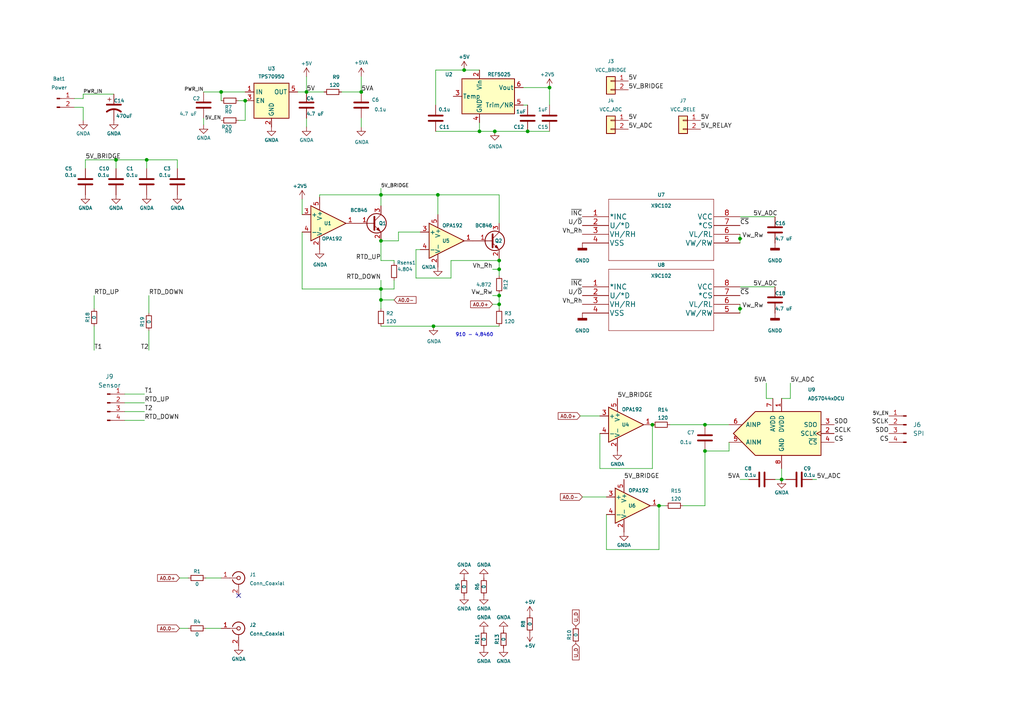
<source format=kicad_sch>
(kicad_sch (version 20211123) (generator eeschema)
  (paper "A4")
  (lib_symbols
    (symbol "Amplifier_Operational:OPA333xxDBV" (pin_names (offset 0.127))
      (property "Reference" "U" (at -1.27 6.35 0))
      (property "Value" "OPA333xxDBV" (at -1.27 3.81 0))
      (symbol "OPA333xxDBV_0_1"
        (polyline (pts (xy -5.08 5.08) (xy 5.08 0) (xy -5.08 -5.08) (xy -5.08 5.08)) (stroke (width 0.254)) (fill (type background)))
        (pin power_in line (at -2.54 -7.62 90) (length 3.81) (name "V-") (number "2"))
        (pin power_in line (at -2.54 7.62 270) (length 3.81) (name "V+") (number "5"))
      )
      (symbol "OPA333xxDBV_1_1"
        (pin output line (at 7.62 0 180) (length 2.54) (name "~") (number "1"))
        (pin input line (at -7.62 2.54 0) (length 2.54) (name "+") (number "3"))
        (pin input line (at -7.62 -2.54 0) (length 2.54) (name "-") (number "4"))
      )
    )
    (symbol "Analog_ADC:ADS7044xDCU" (pin_names (offset 1.016))
      (property "Reference" "U" (at -7.62 -7.62 0))
      (property "Value" "ADS7044xDCU" (at 2.54 -7.62 0))
      (symbol "ADS7044xDCU_0_1"
        (polyline (pts (xy -13.97 0) (xy -7.62 6.35) (xy 11.43 6.35) (xy 11.43 -6.35) (xy -7.62 -6.35) (xy -13.97 0)) (stroke (width 0.254)) (fill (type background)))
      )
      (symbol "ADS7044xDCU_1_1"
        (pin power_in line (at 0 10.16 270) (length 3.81) (name "DVDD") (number "1"))
        (pin input clock (at 15.24 0 180) (length 3.81) (name "SCLK") (number "2"))
        (pin output line (at 15.24 2.54 180) (length 3.81) (name "SDO") (number "3"))
        (pin input line (at 15.24 -2.54 180) (length 3.81) (name "~{CS}") (number "4"))
        (pin input line (at -15.24 -2.54 0) (length 3.81) (name "AINM") (number "5"))
        (pin input line (at -15.24 2.54 0) (length 3.81) (name "AINP") (number "6"))
        (pin power_in line (at -2.54 10.16 270) (length 3.81) (name "AVDD") (number "7"))
        (pin power_in line (at 0 -10.16 90) (length 3.81) (name "GND") (number "8"))
      )
    )
    (symbol "Connector:Conn_01x02_Male" (pin_names (offset 1.016) hide)
      (property "Reference" "J" (at 0 2.54 0))
      (property "Value" "Conn_01x02_Male" (at 0 -5.08 0))
      (symbol "Conn_01x02_Male_1_1"
        (polyline (pts (xy 1.27 -2.54) (xy 0.8636 -2.54)) (stroke (width 0.1524)))
        (polyline (pts (xy 1.27 0) (xy 0.8636 0)) (stroke (width 0.1524)))
        (rectangle (start 0.8636 -2.413) (end 0 -2.667) (stroke (width 0.1524)) (fill (type outline)))
        (rectangle (start 0.8636 0.127) (end 0 -0.127) (stroke (width 0.1524)) (fill (type outline)))
        (pin passive line (at 5.08 0 180) (length 3.81) (name "Pin_1") (number "1"))
        (pin passive line (at 5.08 -2.54 180) (length 3.81) (name "Pin_2") (number "2"))
      )
    )
    (symbol "Connector:Conn_01x04_Male" (pin_names (offset 1.016) hide)
      (property "Reference" "J" (at 0 5.08 0))
      (property "Value" "Conn_01x04_Male" (at 0 -7.62 0))
      (symbol "Conn_01x04_Male_1_1"
        (polyline (pts (xy 1.27 -5.08) (xy 0.8636 -5.08)) (stroke (width 0.1524)))
        (polyline (pts (xy 1.27 -2.54) (xy 0.8636 -2.54)) (stroke (width 0.1524)))
        (polyline (pts (xy 1.27 0) (xy 0.8636 0)) (stroke (width 0.1524)))
        (polyline (pts (xy 1.27 2.54) (xy 0.8636 2.54)) (stroke (width 0.1524)))
        (rectangle (start 0.8636 -4.953) (end 0 -5.207) (stroke (width 0.1524)) (fill (type outline)))
        (rectangle (start 0.8636 -2.413) (end 0 -2.667) (stroke (width 0.1524)) (fill (type outline)))
        (rectangle (start 0.8636 0.127) (end 0 -0.127) (stroke (width 0.1524)) (fill (type outline)))
        (rectangle (start 0.8636 2.667) (end 0 2.413) (stroke (width 0.1524)) (fill (type outline)))
        (pin passive line (at 5.08 2.54 180) (length 3.81) (name "Pin_1") (number "1"))
        (pin passive line (at 5.08 0 180) (length 3.81) (name "Pin_2") (number "2"))
        (pin passive line (at 5.08 -2.54 180) (length 3.81) (name "Pin_3") (number "3"))
        (pin passive line (at 5.08 -5.08 180) (length 3.81) (name "Pin_4") (number "4"))
      )
    )
    (symbol "Connector:Conn_Coaxial" (pin_names (offset 1.016) hide)
      (property "Reference" "J" (at 0.254 3.048 0))
      (property "Value" "Conn_Coaxial" (at 2.921 0 90))
      (symbol "Conn_Coaxial_0_1"
        (arc (start -1.778 -0.508) (mid 0.2311 -1.8066) (end 1.778 0) (stroke (width 0.254)))
        (polyline (pts (xy -2.54 0) (xy -0.508 0)))
        (polyline (pts (xy 0 -2.54) (xy 0 -1.778)))
        (circle (center 0 0) (radius 0.508) (stroke (width 0.2032)))
        (arc (start 1.778 0) (mid 0.2099 1.8101) (end -1.778 0.508) (stroke (width 0.254)))
      )
      (symbol "Conn_Coaxial_1_1"
        (pin passive line (at -5.08 0 0) (length 2.54) (name "In") (number "1"))
        (pin passive line (at 0 -5.08 90) (length 2.54) (name "Ext") (number "2"))
      )
    )
    (symbol "Connector_Generic:Conn_01x02" (pin_names (offset 1.016) hide)
      (property "Reference" "J" (at 0 2.54 0))
      (property "Value" "Conn_01x02" (at 0 -5.08 0))
      (symbol "Conn_01x02_1_1"
        (rectangle (start -1.27 -2.413) (end 0 -2.667) (stroke (width 0.1524)))
        (rectangle (start -1.27 0.127) (end 0 -0.127) (stroke (width 0.1524)))
        (rectangle (start -1.27 1.27) (end 1.27 -3.81) (stroke (width 0.254)) (fill (type background)))
        (pin passive line (at -5.08 0 0) (length 3.81) (name "Pin_1") (number "1"))
        (pin passive line (at -5.08 -2.54 0) (length 3.81) (name "Pin_2") (number "2"))
      )
    )
    (symbol "Device:C" (pin_numbers hide) (pin_names (offset 0.254))
      (property "Reference" "C" (at 0.635 2.54 0))
      (property "Value" "C" (at 0.635 -2.54 0))
      (symbol "C_0_1"
        (polyline (pts (xy -2.032 -0.762) (xy 2.032 -0.762)) (stroke (width 0.508)))
        (polyline (pts (xy -2.032 0.762) (xy 2.032 0.762)) (stroke (width 0.508)))
      )
      (symbol "C_1_1"
        (pin passive line (at 0 3.81 270) (length 2.794) (name "~") (number "1"))
        (pin passive line (at 0 -3.81 90) (length 2.794) (name "~") (number "2"))
      )
    )
    (symbol "Device:R_Small" (pin_numbers hide) (pin_names (offset 0.254) hide)
      (property "Reference" "R" (at 0.762 0.508 0))
      (property "Value" "R_Small" (at 0.762 -1.016 0))
      (symbol "R_Small_0_1"
        (rectangle (start -0.762 1.778) (end 0.762 -1.778) (stroke (width 0.2032)))
      )
      (symbol "R_Small_1_1"
        (pin passive line (at 0 2.54 270) (length 0.762) (name "~") (number "1"))
        (pin passive line (at 0 -2.54 90) (length 0.762) (name "~") (number "2"))
      )
    )
    (symbol "Ponte_V2-rescue:CP1-Device" (pin_numbers hide) (pin_names (offset 0.254) hide)
      (property "Reference" "C" (at 0.635 2.54 0))
      (property "Value" "CP1-Device" (at 0.635 -2.54 0))
      (symbol "CP1-Device_0_1"
        (polyline (pts (xy -2.032 0.762) (xy 2.032 0.762)) (stroke (width 0.508)))
        (polyline (pts (xy -1.778 2.286) (xy -0.762 2.286)))
        (polyline (pts (xy -1.27 1.778) (xy -1.27 2.794)))
        (arc (start 2.032 -1.27) (mid 0 -0.5572) (end -2.032 -1.27) (stroke (width 0.508)))
      )
      (symbol "CP1-Device_1_1"
        (pin passive line (at 0 3.81 270) (length 2.794) (name "~") (number "1"))
        (pin passive line (at 0 -3.81 90) (length 3.302) (name "~") (number "2"))
      )
    )
    (symbol "Ponte_V2-rescue:X9C102SIZ-Flavio_Library_1" (pin_names (offset 0.254))
      (property "Reference" "U" (at 22.86 10.16 0))
      (property "Value" "X9C102SIZ-Flavio_Library_1" (at 22.86 7.62 0))
      (symbol "X9C102SIZ-Flavio_Library_1_1_1"
        (polyline (pts (xy 7.62 -12.7) (xy 38.1 -12.7)) (stroke (width 0.127)))
        (polyline (pts (xy 7.62 5.08) (xy 7.62 -12.7)) (stroke (width 0.127)))
        (polyline (pts (xy 38.1 -12.7) (xy 38.1 5.08)) (stroke (width 0.127)))
        (polyline (pts (xy 38.1 5.08) (xy 7.62 5.08)) (stroke (width 0.127)))
        (pin input line (at 0 0 0) (length 7.62) (name "*INC") (number "1"))
        (pin input line (at 0 -2.54 0) (length 7.62) (name "U/*D") (number "2"))
        (pin unspecified line (at 0 -5.08 0) (length 7.62) (name "VH/RH") (number "3"))
        (pin power_in line (at 0 -7.62 0) (length 7.62) (name "VSS") (number "4"))
        (pin unspecified line (at 45.72 -7.62 180) (length 7.62) (name "VW/RW") (number "5"))
        (pin unspecified line (at 45.72 -5.08 180) (length 7.62) (name "VL/RL") (number "6"))
        (pin input line (at 45.72 -2.54 180) (length 7.62) (name "*CS") (number "7"))
        (pin power_in line (at 45.72 0 180) (length 7.62) (name "VCC") (number "8"))
      )
    )
    (symbol "Reference_Voltage:REF5025ID" (pin_names (offset 0.254))
      (property "Reference" "U" (at -1.27 8.255 0))
      (property "Value" "REF5025ID" (at -1.27 6.35 0))
      (symbol "REF5025ID_0_1"
        (rectangle (start -7.62 5.08) (end 7.62 -5.08) (stroke (width 0.254)) (fill (type background)))
      )
      (symbol "REF5025ID_1_1"
        (pin no_connect line (at -7.62 2.54 0) (length 2.54) hide (name "DNC") (number "1"))
        (pin power_in line (at -2.54 7.62 270) (length 2.54) (name "Vin") (number "2"))
        (pin passive line (at -10.16 0 0) (length 2.54) (name "Temp") (number "3"))
        (pin power_in line (at -2.54 -7.62 90) (length 2.54) (name "GND") (number "4"))
        (pin passive line (at 10.16 -2.54 180) (length 2.54) (name "Trim/NR") (number "5"))
        (pin power_out line (at 10.16 2.54 180) (length 2.54) (name "Vout") (number "6"))
        (pin no_connect line (at -5.08 -5.08 90) (length 2.54) hide (name "NC") (number "7"))
        (pin no_connect line (at 7.62 0 180) (length 2.54) hide (name "DNC") (number "8"))
      )
    )
    (symbol "Regulator_Linear:LP5907MFX-3.3"
      (property "Reference" "U" (at -3.81 6.35 0))
      (property "Value" "LP5907MFX-3.3" (at 6.35 6.35 0))
      (symbol "LP5907MFX-3.3_0_1"
        (rectangle (start -5.08 -5.08) (end 5.08 5.08) (stroke (width 0.254)) (fill (type background)))
        (pin power_in line (at -7.62 2.54 0) (length 2.54) (name "IN") (number "1"))
        (pin power_in line (at 0 -7.62 90) (length 2.54) (name "GND") (number "2"))
        (pin input line (at -7.62 0 0) (length 2.54) (name "EN") (number "3"))
        (pin no_connect line (at 5.08 0 180) (length 2.54) hide (name "NC") (number "4"))
        (pin power_out line (at 7.62 2.54 180) (length 2.54) (name "OUT") (number "5"))
      )
    )
    (symbol "Transistor_BJT:BC846" (pin_names (offset 0) hide)
      (property "Reference" "Q" (at 5.08 1.905 0))
      (property "Value" "BC846" (at 5.08 0 0))
      (symbol "BC846_0_1"
        (polyline (pts (xy 0.635 0.635) (xy 2.54 2.54)))
        (polyline (pts (xy 0.635 -0.635) (xy 2.54 -2.54) (xy 2.54 -2.54)))
        (polyline (pts (xy 0.635 1.905) (xy 0.635 -1.905) (xy 0.635 -1.905)) (stroke (width 0.508)))
        (polyline (pts (xy 1.27 -1.778) (xy 1.778 -1.27) (xy 2.286 -2.286) (xy 1.27 -1.778) (xy 1.27 -1.778)) (fill (type outline)))
        (circle (center 1.27 0) (radius 2.8194) (stroke (width 0.254)))
      )
      (symbol "BC846_1_1"
        (pin input line (at -5.08 0 0) (length 5.715) (name "B") (number "1"))
        (pin passive line (at 2.54 -5.08 90) (length 2.54) (name "E") (number "2"))
        (pin passive line (at 2.54 5.08 270) (length 2.54) (name "C") (number "3"))
      )
    )
    (symbol "power:+2V5" (power) (pin_names (offset 0))
      (property "Value" "+2V5" (at 0 3.556 0))
      (symbol "+2V5_0_1"
        (polyline (pts (xy -0.762 1.27) (xy 0 2.54)))
        (polyline (pts (xy 0 0) (xy 0 2.54)))
        (polyline (pts (xy 0 2.54) (xy 0.762 1.27)))
      )
      (symbol "+2V5_1_1"
        (pin power_in line (at 0 0 90) (length 0) hide (name "+2V5") (number "1"))
      )
    )
    (symbol "power:+5V" (power) (pin_names (offset 0))
      (property "Value" "+5V" (at 0 3.556 0))
      (symbol "+5V_0_1"
        (polyline (pts (xy -0.762 1.27) (xy 0 2.54)))
        (polyline (pts (xy 0 0) (xy 0 2.54)))
        (polyline (pts (xy 0 2.54) (xy 0.762 1.27)))
      )
      (symbol "+5V_1_1"
        (pin power_in line (at 0 0 90) (length 0) hide (name "+5V") (number "1"))
      )
    )
    (symbol "power:+5VA" (power) (pin_names (offset 0))
      (property "Value" "+5VA" (at 0 3.556 0))
      (symbol "+5VA_0_1"
        (polyline (pts (xy -0.762 1.27) (xy 0 2.54)))
        (polyline (pts (xy 0 0) (xy 0 2.54)))
        (polyline (pts (xy 0 2.54) (xy 0.762 1.27)))
      )
      (symbol "+5VA_1_1"
        (pin power_in line (at 0 0 90) (length 0) hide (name "+5VA") (number "1"))
      )
    )
    (symbol "power:GNDA" (power) (pin_names (offset 0))
      (property "Value" "GNDA" (at 0 -3.81 0))
      (symbol "GNDA_0_1"
        (polyline (pts (xy 0 0) (xy 0 -1.27) (xy 1.27 -1.27) (xy 0 -2.54) (xy -1.27 -1.27) (xy 0 -1.27)))
      )
      (symbol "GNDA_1_1"
        (pin power_in line (at 0 0 270) (length 0) hide (name "GNDA") (number "1"))
      )
    )
    (symbol "power:GNDD" (power) (pin_names (offset 0))
      (property "Value" "GNDD" (at 0 -3.175 0))
      (symbol "GNDD_0_1"
        (rectangle (start -1.27 -1.524) (end 1.27 -2.032) (stroke (width 0.254)) (fill (type outline)))
        (polyline (pts (xy 0 0) (xy 0 -1.524)))
      )
      (symbol "GNDD_1_1"
        (pin power_in line (at 0 0 270) (length 0) hide (name "GNDD") (number "1"))
      )
    )
  )
  (junction (at 42.545 46.355))
  (junction (at 204.47 130.81))
  (junction (at 144.78 78.105))
  (junction (at 110.49 83.82))
  (junction (at 110.49 56.515))
  (junction (at 144.78 88.265))
  (junction (at 214.63 89.535))
  (junction (at 159.385 25.4))
  (junction (at 127 56.515))
  (junction (at 71.12 29.21))
  (junction (at 110.49 69.85))
  (junction (at 143.51 38.1))
  (junction (at 139.065 38.1))
  (junction (at 110.49 86.995))
  (junction (at 189.23 123.19))
  (junction (at 134.62 20.32))
  (junction (at 204.47 123.19))
  (junction (at 64.135 26.67))
  (junction (at 153.035 38.1))
  (junction (at 104.775 26.67))
  (junction (at 144.78 85.725))
  (junction (at 88.9 26.67))
  (junction (at 144.78 75.565))
  (junction (at 33.655 46.355))
  (junction (at 214.63 69.215))
  (junction (at 125.73 94.615))
  (junction (at 226.695 139.065))
  (junction (at 191.135 146.685))
  (no_connect (at 69.215 172.72))
  (wire (pts (xy 36.195 119.38) (xy 41.91 119.38)))
  (wire (pts (xy 42.545 48.895) (xy 42.545 46.355)))
  (wire (pts (xy 214.63 88.265) (xy 214.63 89.535)))
  (wire (pts (xy 87.63 83.82) (xy 110.49 83.82)))
  (wire (pts (xy 226.695 115.57) (xy 229.235 115.57)))
  (wire (pts (xy 139.065 38.1) (xy 143.51 38.1)))
  (wire (pts (xy 64.135 26.67) (xy 71.12 26.67)))
  (wire (pts (xy 139.065 35.56) (xy 139.065 38.1)))
  (wire (pts (xy 130.81 75.565) (xy 144.78 75.565)))
  (wire (pts (xy 235.585 139.065) (xy 236.855 139.065)))
  (wire (pts (xy 139.065 20.32) (xy 134.62 20.32)))
  (wire (pts (xy 211.455 130.81) (xy 211.455 128.27)))
  (wire (pts (xy 173.99 125.73) (xy 173.99 135.89)))
  (wire (pts (xy 198.12 146.685) (xy 204.47 146.685)))
  (wire (pts (xy 175.895 159.385) (xy 191.135 159.385)))
  (wire (pts (xy 126.365 20.32) (xy 126.365 30.48)))
  (wire (pts (xy 24.765 46.355) (xy 24.765 48.895)))
  (wire (pts (xy 214.63 89.535) (xy 214.63 90.805)))
  (wire (pts (xy 144.78 85.09) (xy 144.78 85.725)))
  (wire (pts (xy 151.765 30.48) (xy 153.035 30.48)))
  (wire (pts (xy 52.07 182.245) (xy 54.61 182.245)))
  (wire (pts (xy 110.49 86.995) (xy 110.49 89.535)))
  (wire (pts (xy 87.63 57.785) (xy 87.63 62.23)))
  (wire (pts (xy 191.135 146.685) (xy 193.04 146.685)))
  (wire (pts (xy 204.47 123.19) (xy 211.455 123.19)))
  (wire (pts (xy 24.765 46.355) (xy 33.655 46.355)))
  (wire (pts (xy 144.78 56.515) (xy 127 56.515)))
  (wire (pts (xy 115.57 67.31) (xy 121.92 67.31)))
  (wire (pts (xy 36.195 114.3) (xy 41.91 114.3)))
  (wire (pts (xy 21.59 28.575) (xy 24.13 28.575)))
  (wire (pts (xy 194.31 123.19) (xy 204.47 123.19)))
  (wire (pts (xy 222.25 115.57) (xy 222.25 111.125)))
  (wire (pts (xy 126.365 38.1) (xy 139.065 38.1)))
  (wire (pts (xy 229.235 115.57) (xy 229.235 111.125)))
  (wire (pts (xy 43.18 85.725) (xy 43.18 90.805)))
  (wire (pts (xy 71.12 34.925) (xy 71.12 29.21)))
  (wire (pts (xy 64.135 26.67) (xy 64.135 29.21)))
  (wire (pts (xy 214.63 67.945) (xy 214.63 69.215)))
  (wire (pts (xy 115.57 69.85) (xy 110.49 69.85)))
  (wire (pts (xy 144.78 85.725) (xy 144.78 88.265)))
  (wire (pts (xy 36.195 121.92) (xy 41.91 121.92)))
  (wire (pts (xy 144.78 88.265) (xy 144.78 89.535)))
  (wire (pts (xy 144.78 78.105) (xy 144.78 80.01)))
  (wire (pts (xy 130.81 80.645) (xy 120.65 80.645)))
  (wire (pts (xy 226.695 135.89) (xy 226.695 139.065)))
  (wire (pts (xy 114.3 81.28) (xy 114.3 83.82)))
  (wire (pts (xy 144.78 75.565) (xy 144.78 78.105)))
  (wire (pts (xy 215.265 69.215) (xy 214.63 69.215)))
  (wire (pts (xy 114.3 76.2) (xy 114.3 75.565)))
  (wire (pts (xy 42.545 46.355) (xy 33.655 46.355)))
  (wire (pts (xy 110.49 69.85) (xy 110.49 75.565)))
  (wire (pts (xy 110.49 54.61) (xy 110.49 56.515)))
  (wire (pts (xy 159.385 25.4) (xy 159.385 30.48)))
  (wire (pts (xy 92.71 56.515) (xy 92.71 57.15)))
  (wire (pts (xy 151.765 25.4) (xy 159.385 25.4)))
  (wire (pts (xy 214.63 139.065) (xy 217.17 139.065)))
  (wire (pts (xy 127 56.515) (xy 110.49 56.515)))
  (wire (pts (xy 191.135 146.685) (xy 191.135 159.385)))
  (wire (pts (xy 36.195 116.84) (xy 41.91 116.84)))
  (wire (pts (xy 215.265 89.535) (xy 214.63 89.535)))
  (wire (pts (xy 168.275 120.65) (xy 173.99 120.65)))
  (wire (pts (xy 114.3 75.565) (xy 110.49 75.565)))
  (wire (pts (xy 214.63 62.865) (xy 224.79 62.865)))
  (wire (pts (xy 88.9 22.225) (xy 88.9 26.67)))
  (wire (pts (xy 168.91 144.145) (xy 175.895 144.145)))
  (wire (pts (xy 51.435 46.355) (xy 51.435 48.895)))
  (wire (pts (xy 24.13 31.115) (xy 21.59 31.115)))
  (wire (pts (xy 142.875 85.725) (xy 144.78 85.725)))
  (wire (pts (xy 87.63 67.31) (xy 87.63 83.82)))
  (wire (pts (xy 110.49 83.82) (xy 110.49 86.995)))
  (wire (pts (xy 142.875 78.105) (xy 144.78 78.105)))
  (wire (pts (xy 214.63 83.185) (xy 224.79 83.185)))
  (wire (pts (xy 59.055 26.67) (xy 64.135 26.67)))
  (wire (pts (xy 110.49 94.615) (xy 125.73 94.615)))
  (wire (pts (xy 88.9 26.67) (xy 93.98 26.67)))
  (wire (pts (xy 110.49 86.995) (xy 114.3 86.995)))
  (wire (pts (xy 27.305 94.615) (xy 27.305 101.6)))
  (wire (pts (xy 173.99 135.89) (xy 189.23 135.89)))
  (wire (pts (xy 43.18 95.885) (xy 43.18 101.6)))
  (wire (pts (xy 24.13 31.115) (xy 24.13 34.925)))
  (wire (pts (xy 224.79 139.065) (xy 226.695 139.065)))
  (wire (pts (xy 144.78 64.77) (xy 144.78 56.515)))
  (wire (pts (xy 130.81 75.565) (xy 130.81 80.645)))
  (wire (pts (xy 143.51 38.1) (xy 153.035 38.1)))
  (wire (pts (xy 86.36 26.67) (xy 88.9 26.67)))
  (wire (pts (xy 142.875 88.265) (xy 144.78 88.265)))
  (wire (pts (xy 59.055 34.29) (xy 59.055 36.195)))
  (wire (pts (xy 59.69 182.245) (xy 64.135 182.245)))
  (wire (pts (xy 114.3 83.82) (xy 110.49 83.82)))
  (wire (pts (xy 104.775 34.29) (xy 104.775 36.83)))
  (wire (pts (xy 69.215 34.925) (xy 71.12 34.925)))
  (wire (pts (xy 104.775 22.225) (xy 104.775 26.67)))
  (wire (pts (xy 52.07 167.64) (xy 54.61 167.64)))
  (wire (pts (xy 69.215 29.21) (xy 71.12 29.21)))
  (wire (pts (xy 204.47 130.81) (xy 211.455 130.81)))
  (wire (pts (xy 226.695 139.065) (xy 227.965 139.065)))
  (wire (pts (xy 42.545 46.355) (xy 51.435 46.355)))
  (wire (pts (xy 110.49 81.28) (xy 110.49 83.82)))
  (wire (pts (xy 120.65 80.645) (xy 120.65 72.39)))
  (wire (pts (xy 27.305 85.725) (xy 27.305 89.535)))
  (wire (pts (xy 24.13 27.305) (xy 33.02 27.305)))
  (wire (pts (xy 33.655 46.355) (xy 33.655 48.895)))
  (wire (pts (xy 127 56.515) (xy 127 62.23)))
  (wire (pts (xy 125.73 94.615) (xy 144.78 94.615)))
  (wire (pts (xy 204.47 146.685) (xy 204.47 130.81)))
  (wire (pts (xy 24.13 28.575) (xy 24.13 27.305)))
  (wire (pts (xy 59.69 167.64) (xy 64.135 167.64)))
  (wire (pts (xy 88.9 34.29) (xy 88.9 36.83)))
  (wire (pts (xy 214.63 69.215) (xy 214.63 70.485)))
  (wire (pts (xy 99.06 26.67) (xy 104.775 26.67)))
  (wire (pts (xy 224.155 115.57) (xy 222.25 115.57)))
  (wire (pts (xy 120.65 72.39) (xy 121.92 72.39)))
  (wire (pts (xy 144.78 74.93) (xy 144.78 75.565)))
  (wire (pts (xy 134.62 20.32) (xy 126.365 20.32)))
  (wire (pts (xy 115.57 67.31) (xy 115.57 69.85)))
  (wire (pts (xy 189.23 123.19) (xy 189.23 135.89)))
  (wire (pts (xy 175.895 149.225) (xy 175.895 159.385)))
  (wire (pts (xy 110.49 56.515) (xy 110.49 59.69)))
  (wire (pts (xy 153.035 38.1) (xy 159.385 38.1)))
  (wire (pts (xy 92.71 56.515) (xy 110.49 56.515)))
  (text "910 - 4,8460" (at 132.08 97.79 0) (effects (font (size 1 1)) (justify left bottom)))
  (label "5V" (at 182.245 23.495 0))
  (label "5V_BRIDGE" (at 179.07 115.57 0))
  (label "RTD_DOWN" (at 110.49 81.28 180))
  (label "T1" (at 41.91 114.3 0))
  (label "U{slash}~{D}" (at 168.91 65.405 180))
  (label "5V" (at 88.9 26.67 0))
  (label "5V_BRIDGE" (at 24.765 46.355 0))
  (label "RTD_DOWN" (at 41.91 121.92 0))
  (label "5V_ADC" (at 229.235 111.125 0))
  (label "5VA" (at 222.25 111.125 180))
  (label "RTD_DOWN" (at 43.18 85.725 0))
  (label "T2" (at 41.91 119.38 0))
  (label "RTD_UP" (at 110.49 75.565 180))
  (label "5V_BRIDGE" (at 110.49 54.61 0) (effects (font (size 1 1))))
  (label "Vw_Rw" (at 215.265 89.535 0))
  (label "CS" (at 241.935 128.27 0))
  (label "5V_BRIDGE" (at 180.975 139.065 0))
  (label "~{CS}" (at 214.63 85.725 0))
  (label "Vh_Rh" (at 142.875 78.105 180))
  (label "SDO" (at 241.935 123.19 0))
  (label "5V_ADC" (at 182.245 37.465 0))
  (label "5V_EN" (at 64.135 34.925 180) (effects (font (size 1 1))))
  (label "Vh_Rh" (at 168.91 67.945 180))
  (label "~{INC}" (at 168.91 83.185 180))
  (label "Vw_Rw" (at 142.875 85.725 180))
  (label "T1" (at 27.305 101.6 0))
  (label "RTD_UP" (at 27.305 85.725 0))
  (label "5V_ADC" (at 218.44 62.865 0))
  (label "U{slash}~{D}" (at 168.91 85.725 180))
  (label "~{INC}" (at 168.91 62.865 180))
  (label "5V_EN" (at 257.81 120.65 180) (effects (font (size 1 1))))
  (label "SCLK" (at 257.81 123.19 180))
  (label "5V" (at 182.245 34.925 0))
  (label "RTD_UP" (at 41.91 116.84 0))
  (label "T2" (at 43.18 101.6 180))
  (label "5V_ADC" (at 236.855 139.065 0))
  (label "PWR_IN" (at 59.055 26.67 180) (effects (font (size 1 1))))
  (label "5VA" (at 104.775 26.67 0))
  (label "5V_BRIDGE" (at 182.245 26.035 0))
  (label "PWR_IN" (at 24.13 27.305 0) (effects (font (size 1 1))))
  (label "5V_RELAY" (at 203.2 37.465 0))
  (label "Vh_Rh" (at 168.91 88.265 180))
  (label "~{CS}" (at 214.63 65.405 0))
  (label "SDO" (at 257.81 125.73 180))
  (label "5V" (at 203.2 34.925 0))
  (label "5VA" (at 214.63 139.065 180))
  (label "CS" (at 257.81 128.27 180))
  (label "SCLK" (at 241.935 125.73 0))
  (label "5V_ADC" (at 218.44 83.185 0))
  (label "Vw_Rw" (at 215.265 69.215 0))
  (global_label "A0.0-" (shape input) (at 52.07 182.245 180) (effects (font (size 1 1))) (property "Intersheet References" "${INTERSHEET_REFS}" (effects hide)))
  (global_label "U_D" (shape input) (at 167.005 186.69 270) (effects (font (size 1 1))) (property "Intersheet References" "${INTERSHEET_REFS}" (effects hide)))
  (global_label "A0.0-" (shape input) (at 114.3 86.995 0) (effects (font (size 1 1))) (property "Intersheet References" "${INTERSHEET_REFS}" (effects hide)))
  (global_label "U_D" (shape input) (at 167.005 181.61 90) (effects (font (size 1 1))) (property "Intersheet References" "${INTERSHEET_REFS}" (effects hide)))
  (global_label "A0.0+" (shape input) (at 52.07 167.64 180) (effects (font (size 1 1))) (property "Intersheet References" "${INTERSHEET_REFS}" (effects hide)))
  (global_label "A0.0+" (shape input) (at 168.275 120.65 180) (effects (font (size 1 1))) (property "Intersheet References" "${INTERSHEET_REFS}" (effects hide)))
  (global_label "A0.0-" (shape input) (at 168.91 144.145 180) (effects (font (size 1 1))) (property "Intersheet References" "${INTERSHEET_REFS}" (effects hide)))
  (global_label "A0.0+" (shape input) (at 142.875 88.265 180) (effects (font (size 1 1))) (property "Intersheet References" "${INTERSHEET_REFS}" (effects hide)))
  (symbol (lib_id "Device:R_Small") (at 144.78 92.075 0) (unit 1)
    (property "Reference" "R3" (at 146.2786 90.9066 0) (effects (font (size 1 1)) (justify left)))
    (property "Value" "120" (at 146.2786 93.218 0) (effects (font (size 1 1)) (justify left)))
    (property "Footprint" "Resistor_THT:R_Axial_DIN0204_L3.6mm_D1.6mm_P5.08mm_Horizontal" (effects hide))
  )
  (symbol (lib_id "power:GNDA") (at 125.73 94.615 0) (unit 1)
    (property "Reference" "#PWR01" (effects hide))
    (property "Value" "GNDA" (at 125.857 99.0092 0) (effects (font (size 1 1))))
  )
  (symbol (lib_id "Device:R_Small") (at 110.49 92.075 0) (unit 1)
    (property "Reference" "R2" (at 111.9886 90.9066 0) (effects (font (size 1 1)) (justify left)))
    (property "Value" "120" (at 111.9886 93.218 0) (effects (font (size 1 1)) (justify left)))
    (property "Footprint" "Resistor_THT:R_Axial_DIN0204_L3.6mm_D1.6mm_P5.08mm_Horizontal" (effects hide))
  )
  (symbol (lib_id "Transistor_BJT:BC846") (at 107.95 64.77 0) (unit 1)
    (property "Reference" "Q1" (at 109.855 64.77 0) (effects (font (size 1 1)) (justify left)))
    (property "Value" "BC846" (at 101.6 60.96 0) (effects (font (size 1 1)) (justify left)))
    (property "Footprint" "Package_TO_SOT_SMD:SOT-23" (effects hide))
    (property "Datasheet" "https://assets.nexperia.com/documents/data-sheet/BC846_SER.pdf" (effects hide))
  )
  (symbol (lib_id "Transistor_BJT:BC846") (at 142.24 69.85 0) (unit 1)
    (property "Reference" "Q2" (at 143.51 69.85 0) (effects (font (size 1 1)) (justify left)))
    (property "Value" "BC846" (at 137.795 65.405 0) (effects (font (size 1 1)) (justify left)))
    (property "Footprint" "Package_TO_SOT_SMD:SOT-23" (effects hide))
    (property "Datasheet" "https://assets.nexperia.com/documents/data-sheet/BC846_SER.pdf" (effects hide))
  )
  (symbol (lib_id "Device:C") (at 24.765 52.705 180) (unit 1)
    (property "Reference" "C5" (at 20.955 48.895 0) (effects (font (size 1 1)) (justify left)))
    (property "Value" "0.1u" (at 22.225 50.8 0) (effects (font (size 1 1)) (justify left)))
    (property "Footprint" "Capacitor_SMD:C_1206_3216Metric" (effects hide))
  )
  (symbol (lib_id "Amplifier_Operational:OPA333xxDBV") (at 129.54 69.85 0) (unit 1)
    (property "Reference" "U5" (at 128.27 69.85 0) (effects (font (size 1 1)) (justify left)))
    (property "Value" "OPA192" (at 128.27 65.405 0) (effects (font (size 1 1)) (justify left)))
    (property "Footprint" "Package_TO_SOT_SMD:SOT-23-5_HandSoldering" (effects hide))
    (property "Datasheet" "http://www.ti.com/lit/ds/symlink/opa333.pdf" (effects hide))
  )
  (symbol (lib_id "Amplifier_Operational:OPA333xxDBV") (at 95.25 64.77 0) (unit 1)
    (property "Reference" "U1" (at 93.98 64.77 0) (effects (font (size 1 1)) (justify left)))
    (property "Value" "OPA192" (at 93.345 69.215 0) (effects (font (size 1 1)) (justify left)))
    (property "Footprint" "Package_TO_SOT_SMD:SOT-23-5_HandSoldering" (effects hide))
    (property "Datasheet" "http://www.ti.com/lit/ds/symlink/opa333.pdf" (effects hide))
  )
  (symbol (lib_id "power:GNDA") (at 92.71 72.39 0) (unit 1)
    (property "Reference" "#PWR03" (effects hide))
    (property "Value" "GNDA" (at 92.837 76.7842 0) (effects (font (size 1 1))))
  )
  (symbol (lib_id "power:GNDA") (at 127 77.47 0) (unit 1)
    (property "Reference" "#PWR08" (effects hide))
    (property "Value" "GNDA" (at 126.365 77.47 0) (effects (font (size 1 1)) (justify right)))
  )
  (symbol (lib_id "power:GNDA") (at 24.765 56.515 0) (unit 1)
    (property "Reference" "#PWR0101" (effects hide))
    (property "Value" "GNDA" (at 24.765 60.325 0) (effects (font (size 1 1))))
  )
  (symbol (lib_id "Device:C") (at 33.655 52.705 180) (unit 1)
    (property "Reference" "C10" (at 31.75 48.895 0) (effects (font (size 1 1)) (justify left)))
    (property "Value" "0.1u" (at 31.75 50.8 0) (effects (font (size 1 1)) (justify left)))
    (property "Footprint" "Capacitor_SMD:C_1206_3216Metric" (effects hide))
  )
  (symbol (lib_id "power:GNDA") (at 33.655 56.515 0) (unit 1)
    (property "Reference" "#PWR0102" (effects hide))
    (property "Value" "GNDA" (at 33.655 60.325 0) (effects (font (size 1 1))))
  )
  (symbol (lib_id "Reference_Voltage:REF5025ID") (at 141.605 27.94 0) (unit 1)
    (property "Reference" "U2" (at 130.175 21.59 0) (effects (font (size 1 1))))
    (property "Value" "REF5025" (at 144.78 21.59 0) (effects (font (size 1 1))))
    (property "Footprint" "Package_SO:MSOP-8_3x3mm_P0.65mm" (effects hide))
    (property "Datasheet" "http://www.ti.com/lit/ds/symlink/ref5030.pdf" (effects hide))
  )
  (symbol (lib_id "Device:R_Small") (at 114.3 78.74 180) (unit 1)
    (property "Reference" "Rsens1" (at 117.856 76.2 0) (effects (font (size 1 1))))
    (property "Value" "4.804" (at 117.475 78.105 0) (effects (font (size 1 1))))
    (property "Footprint" "Resistor_THT:R_Axial_DIN0204_L3.6mm_D1.6mm_P5.08mm_Horizontal" (effects hide))
  )
  (symbol (lib_id "Device:C") (at 159.385 34.29 180) (unit 1)
    (property "Reference" "C15" (at 157.48 36.83 0) (effects (font (size 1 1))))
    (property "Value" "1uF" (at 157.48 31.75 0) (effects (font (size 1 1))))
    (property "Footprint" "Capacitor_SMD:C_1206_3216Metric" (effects hide))
  )
  (symbol (lib_id "Device:C") (at 126.365 34.29 180) (unit 1)
    (property "Reference" "C11" (at 128.905 36.83 0) (effects (font (size 1 1))))
    (property "Value" "0.1u" (at 128.905 31.75 0) (effects (font (size 1 1))))
    (property "Footprint" "Capacitor_SMD:C_1206_3216Metric" (effects hide))
  )
  (symbol (lib_id "Device:C") (at 153.035 34.29 180) (unit 1)
    (property "Reference" "C12" (at 150.495 36.83 0) (effects (font (size 1 1))))
    (property "Value" "1uF" (at 151.13 32.385 0) (effects (font (size 1 1))))
    (property "Footprint" "Capacitor_SMD:C_1206_3216Metric" (effects hide))
  )
  (symbol (lib_id "power:GNDA") (at 143.51 38.1 0) (unit 1)
    (property "Reference" "#PWR0104" (effects hide))
    (property "Value" "GNDA" (at 143.637 42.4942 0) (effects (font (size 1 1))))
  )
  (symbol (lib_id "Device:R_Small") (at 144.78 82.55 180) (unit 1)
    (property "Reference" "R12" (at 146.685 82.55 90) (effects (font (size 1 1))))
    (property "Value" "4.872" (at 140.335 82.55 0) (effects (font (size 1 1))))
    (property "Footprint" "Resistor_THT:R_Axial_DIN0204_L3.6mm_D1.6mm_P5.08mm_Horizontal" (effects hide))
  )
  (symbol (lib_id "power:+2V5") (at 159.385 25.4 0) (unit 1)
    (property "Reference" "#PWR0105" (effects hide))
    (property "Value" "+2V5" (at 158.75 21.59 0) (effects (font (size 1 1))))
  )
  (symbol (lib_id "power:+5V") (at 134.62 20.32 0) (unit 1)
    (property "Reference" "#PWR0107" (effects hide))
    (property "Value" "+5V" (at 134.62 16.51 0) (effects (font (size 1 1))))
  )
  (symbol (lib_id "Device:C") (at 88.9 30.48 0) (unit 1)
    (property "Reference" "C4" (at 88.9 28.575 0) (effects (font (size 1 1)) (justify left)))
    (property "Value" "4.7 uF" (at 88.9 33.02 0) (effects (font (size 1 1)) (justify left)))
    (property "Footprint" "Capacitor_SMD:C_1206_3216Metric_Pad1.42x1.75mm_HandSolder" (effects hide))
  )
  (symbol (lib_id "Device:C") (at 59.055 30.48 0) (unit 1)
    (property "Reference" "C2" (at 55.88 28.575 0) (effects (font (size 1 1)) (justify left)))
    (property "Value" "4.7 uF" (at 52.07 33.02 0) (effects (font (size 1 1)) (justify left)))
    (property "Footprint" "Capacitor_SMD:C_1206_3216Metric_Pad1.42x1.75mm_HandSolder" (effects hide))
  )
  (symbol (lib_id "power:GNDA") (at 88.9 36.83 0) (unit 1)
    (property "Reference" "#PWR0110" (effects hide))
    (property "Value" "GNDA" (at 88.9 40.64 0) (effects (font (size 1 1))))
  )
  (symbol (lib_id "power:GNDA") (at 78.74 36.83 0) (unit 1)
    (property "Reference" "#PWR0117" (effects hide))
    (property "Value" "GNDA" (at 78.74 40.64 0) (effects (font (size 1 1))))
  )
  (symbol (lib_id "power:GNDA") (at 59.055 36.195 0) (unit 1)
    (property "Reference" "#PWR0123" (effects hide))
    (property "Value" "GNDA" (at 59.055 40.005 0) (effects (font (size 1 1))))
  )
  (symbol (lib_id "Regulator_Linear:LP5907MFX-3.3") (at 78.74 29.21 0) (unit 1)
    (property "Reference" "U3" (at 78.74 19.8882 0) (effects (font (size 1 1))))
    (property "Value" "TPS70950" (at 78.74 22.1996 0) (effects (font (size 1 1))))
    (property "Footprint" "Package_TO_SOT_SMD:SOT-23-5" (effects hide))
    (property "Datasheet" "http://www.ti.com/lit/ds/symlink/lp5907.pdf" (effects hide))
  )
  (symbol (lib_id "power:+5V") (at 88.9 22.225 0) (unit 1)
    (property "Reference" "#PWR0125" (effects hide))
    (property "Value" "+5V" (at 88.9 18.415 0) (effects (font (size 1 1))))
  )
  (symbol (lib_id "Ponte_V2-rescue:CP1-Device") (at 33.02 31.115 0) (unit 1)
    (property "Reference" "C14" (at 33.02 29.21 0) (effects (font (size 1 1)) (justify left)))
    (property "Value" "470uF" (at 33.655 33.655 0) (effects (font (size 1 1)) (justify left)))
    (property "Footprint" "Capacitor_SMD:CP_Elec_10x14.3" (effects hide))
  )
  (symbol (lib_id "Ponte_V2-rescue:X9C102SIZ-Flavio_Library_1") (at 168.91 62.865 0) (unit 1)
    (property "Reference" "U7" (at 191.77 56.515 0) (effects (font (size 1 1))))
    (property "Value" "X9C102" (at 191.77 59.69 0) (effects (font (size 1 1))))
    (property "Footprint" "Biblioteca_Flavio:X9C102" (effects hide))
  )
  (symbol (lib_id "Device:C") (at 224.79 66.675 0) (unit 1)
    (property "Reference" "C16" (at 224.79 64.77 0) (effects (font (size 1 1)) (justify left)))
    (property "Value" "4.7 uF" (at 224.79 69.215 0) (effects (font (size 1 1)) (justify left)))
    (property "Footprint" "Capacitor_SMD:C_1206_3216Metric_Pad1.42x1.75mm_HandSolder" (effects hide))
  )
  (symbol (lib_id "Device:R_Small") (at 134.62 170.18 0) (unit 1)
    (property "Reference" "R5" (at 132.715 170.18 90) (effects (font (size 1 1))))
    (property "Value" "0" (at 134.62 170.18 90) (effects (font (size 1 1))))
    (property "Footprint" "Resistor_SMD:R_1206_3216Metric_Pad1.42x1.75mm_HandSolder" (effects hide))
  )
  (symbol (lib_id "Device:R_Small") (at 140.335 170.18 0) (unit 1)
    (property "Reference" "R6" (at 138.43 170.18 90) (effects (font (size 1 1))))
    (property "Value" "0" (at 140.335 170.18 90) (effects (font (size 1 1))))
    (property "Footprint" "Resistor_SMD:R_1206_3216Metric_Pad1.42x1.75mm_HandSolder" (effects hide))
  )
  (symbol (lib_id "Device:R_Small") (at 153.67 180.975 0) (unit 1)
    (property "Reference" "R8" (at 151.765 180.975 90) (effects (font (size 1 1))))
    (property "Value" "0" (at 153.67 180.975 90) (effects (font (size 1 1))))
    (property "Footprint" "Resistor_SMD:R_1206_3216Metric_Pad1.42x1.75mm_HandSolder" (effects hide))
  )
  (symbol (lib_id "Ponte_V2-rescue:X9C102SIZ-Flavio_Library_1") (at 168.91 83.185 0) (unit 1)
    (property "Reference" "U8" (at 191.77 76.835 0) (effects (font (size 1 1))))
    (property "Value" "X9C102" (at 191.77 80.01 0) (effects (font (size 1 1))))
    (property "Footprint" "Biblioteca_Flavio:X9C102" (effects hide))
  )
  (symbol (lib_id "Device:C") (at 224.79 86.995 0) (unit 1)
    (property "Reference" "C18" (at 224.79 85.09 0) (effects (font (size 1 1)) (justify left)))
    (property "Value" "4.7 uF" (at 224.79 89.535 0) (effects (font (size 1 1)) (justify left)))
    (property "Footprint" "Capacitor_SMD:C_1206_3216Metric_Pad1.42x1.75mm_HandSolder" (effects hide))
  )
  (symbol (lib_id "Device:R_Small") (at 167.005 184.15 0) (unit 1)
    (property "Reference" "R10" (at 165.1 184.15 90) (effects (font (size 1 1))))
    (property "Value" "0" (at 167.005 184.15 90) (effects (font (size 1 1))))
    (property "Footprint" "Resistor_SMD:R_1206_3216Metric_Pad1.42x1.75mm_HandSolder" (effects hide))
  )
  (symbol (lib_id "power:+5V") (at 153.67 178.435 0) (unit 1)
    (property "Reference" "#PWR0137" (effects hide))
    (property "Value" "+5V" (at 153.67 174.625 0) (effects (font (size 1 1))))
  )
  (symbol (lib_id "power:+5V") (at 153.67 183.515 180) (unit 1)
    (property "Reference" "#PWR0138" (effects hide))
    (property "Value" "+5V" (at 153.67 187.325 0) (effects (font (size 1 1))))
  )
  (symbol (lib_id "power:GNDA") (at 134.62 172.72 0) (unit 1)
    (property "Reference" "#PWR0139" (effects hide))
    (property "Value" "GNDA" (at 134.62 176.53 0) (effects (font (size 1 1))))
  )
  (symbol (lib_id "power:GNDA") (at 134.62 167.64 180) (unit 1)
    (property "Reference" "#PWR0140" (effects hide))
    (property "Value" "GNDA" (at 134.62 163.83 0) (effects (font (size 1 1))))
  )
  (symbol (lib_id "power:GNDA") (at 140.335 167.64 180) (unit 1)
    (property "Reference" "#PWR0141" (effects hide))
    (property "Value" "GNDA" (at 140.335 163.83 0) (effects (font (size 1 1))))
  )
  (symbol (lib_id "power:GNDA") (at 140.335 172.72 0) (unit 1)
    (property "Reference" "#PWR0142" (effects hide))
    (property "Value" "GNDA" (at 140.335 176.53 0) (effects (font (size 1 1))))
  )
  (symbol (lib_id "Device:R_Small") (at 140.335 185.42 0) (unit 1)
    (property "Reference" "R11" (at 138.43 185.42 90) (effects (font (size 1 1))))
    (property "Value" "0" (at 140.335 185.42 90) (effects (font (size 1 1))))
    (property "Footprint" "Resistor_SMD:R_1206_3216Metric_Pad1.42x1.75mm_HandSolder" (effects hide))
  )
  (symbol (lib_id "power:GNDA") (at 140.335 182.88 180) (unit 1)
    (property "Reference" "#PWR0143" (effects hide))
    (property "Value" "GNDA" (at 140.335 179.07 0) (effects (font (size 1 1))))
  )
  (symbol (lib_id "power:GNDA") (at 140.335 187.96 0) (unit 1)
    (property "Reference" "#PWR0144" (effects hide))
    (property "Value" "GNDA" (at 140.335 191.77 0) (effects (font (size 1 1))))
  )
  (symbol (lib_id "Device:R_Small") (at 146.05 185.42 0) (unit 1)
    (property "Reference" "R13" (at 144.145 185.42 90) (effects (font (size 1 1))))
    (property "Value" "0" (at 146.05 185.42 90) (effects (font (size 1 1))))
    (property "Footprint" "Resistor_SMD:R_1206_3216Metric_Pad1.42x1.75mm_HandSolder" (effects hide))
  )
  (symbol (lib_id "power:GNDA") (at 146.05 182.88 180) (unit 1)
    (property "Reference" "#PWR0145" (effects hide))
    (property "Value" "GNDA" (at 146.05 179.07 0) (effects (font (size 1 1))))
  )
  (symbol (lib_id "power:GNDA") (at 146.05 187.96 0) (unit 1)
    (property "Reference" "#PWR0146" (effects hide))
    (property "Value" "GNDA" (at 146.05 191.77 0) (effects (font (size 1 1))))
  )
  (symbol (lib_id "power:GNDD") (at 168.91 90.805 0) (unit 1)
    (property "Reference" "#PWR0120" (effects hide))
    (property "Value" "GNDD" (at 168.91 95.885 0) (effects (font (size 1 1))))
  )
  (symbol (lib_id "Device:R_Small") (at 66.675 29.21 90) (unit 1)
    (property "Reference" "R7" (at 67.31 31.115 90) (effects (font (size 1 1)) (justify left)))
    (property "Value" "R0" (at 67.31 32.385 90) (effects (font (size 1 1)) (justify left)))
    (property "Footprint" "Resistor_SMD:R_1206_3216Metric_Pad1.30x1.75mm_HandSolder" (effects hide))
  )
  (symbol (lib_id "power:+5VA") (at 104.775 22.225 0) (unit 1)
    (property "Reference" "#PWR0111" (effects hide))
    (property "Value" "+5VA" (at 104.775 18.161 0) (effects (font (size 1 1))))
  )
  (symbol (lib_id "Device:C") (at 104.775 30.48 0) (mirror x) (unit 1)
    (property "Reference" "C6" (at 107.823 28.956 0) (effects (font (size 1 1)) (justify left)))
    (property "Value" "0.1u" (at 108.585 31.75 0) (effects (font (size 1 1)) (justify left)))
    (property "Footprint" "Capacitor_SMD:C_1206_3216Metric" (effects hide))
  )
  (symbol (lib_id "power:GNDA") (at 51.435 56.515 0) (unit 1)
    (property "Reference" "#PWR0113" (effects hide))
    (property "Value" "GNDA" (at 51.435 60.325 0) (effects (font (size 1 1))))
  )
  (symbol (lib_id "Connector_Generic:Conn_01x02") (at 198.12 34.925 0) (mirror y) (unit 1)
    (property "Reference" "J7" (at 198.12 29.21 0) (effects (font (size 1 1))))
    (property "Value" "VCC_RELE" (at 198.12 31.75 0) (effects (font (size 1 1))))
    (property "Footprint" "Connector_PinHeader_2.54mm:PinHeader_1x02_P2.54mm_Vertical" (effects hide))
  )
  (symbol (lib_id "Analog_ADC:ADS7044xDCU") (at 226.695 125.73 0) (unit 1)
    (property "Reference" "U9" (at 234.315 113.03 0) (effects (font (size 1 1)) (justify left)))
    (property "Value" "ADS7044xDCU" (at 234.315 115.57 0) (effects (font (size 1 1)) (justify left)))
    (property "Footprint" "Package_SO:VSSOP-8_2.3x2mm_P0.5mm" (effects hide))
    (property "Datasheet" "http://www.ti.com/lit/ds/symlink/ads7044.pdf" (effects hide))
  )
  (symbol (lib_id "Connector:Conn_Coaxial") (at 69.215 182.245 0) (unit 1)
    (property "Reference" "J2" (at 72.39 181.2681 0) (effects (font (size 1 1)) (justify left)))
    (property "Value" "Conn_Coaxial" (at 72.39 183.8081 0) (effects (font (size 1 1)) (justify left)))
    (property "Footprint" "Connector_Coaxial:BNC_TEConnectivity_1478035_Horizontal" (effects hide))
    (property "Datasheet" " ~" (effects hide))
  )
  (symbol (lib_id "Connector:Conn_Coaxial") (at 69.215 167.64 0) (unit 1)
    (property "Reference" "J1" (at 72.39 166.6631 0) (effects (font (size 1 1)) (justify left)))
    (property "Value" "Conn_Coaxial" (at 72.39 169.2031 0) (effects (font (size 1 1)) (justify left)))
    (property "Footprint" "Connector_Coaxial:BNC_TEConnectivity_1478035_Horizontal" (effects hide))
    (property "Datasheet" " ~" (effects hide))
  )
  (symbol (lib_id "Device:R_Small") (at 66.675 34.925 90) (unit 1)
    (property "Reference" "R20" (at 67.31 36.83 90) (effects (font (size 1 1)) (justify left)))
    (property "Value" "R0" (at 67.31 38.1 90) (effects (font (size 1 1)) (justify left)))
    (property "Footprint" "Resistor_SMD:R_1206_3216Metric_Pad1.30x1.75mm_HandSolder" (effects hide))
  )
  (symbol (lib_id "Device:R_Small") (at 57.15 167.64 270) (unit 1)
    (property "Reference" "R1" (at 57.15 165.735 90) (effects (font (size 1 1))))
    (property "Value" "0" (at 57.15 169.418 90) (effects (font (size 1 1))))
    (property "Footprint" "Resistor_SMD:R_1206_3216Metric_Pad1.30x1.75mm_HandSolder" (effects hide))
  )
  (symbol (lib_id "Device:C") (at 220.98 139.065 270) (mirror x) (unit 1)
    (property "Reference" "C8" (at 215.9 135.89 90) (effects (font (size 1 1)) (justify left)))
    (property "Value" "0.1u" (at 215.9 137.795 90) (effects (font (size 1 1)) (justify left)))
    (property "Footprint" "Capacitor_SMD:C_1206_3216Metric" (effects hide))
  )
  (symbol (lib_id "Connector:Conn_01x04_Male") (at 262.89 123.19 0) (mirror y) (unit 1)
    (property "Reference" "J6" (at 264.795 123.1899 0) (effects (justify right)))
    (property "Value" "SPI" (at 264.795 125.7299 0) (effects (justify right)))
    (property "Footprint" "Connector_Molex:Molex_KK-254_AE-6410-04A_1x04_P2.54mm_Vertical" (effects hide))
  )
  (symbol (lib_id "Connector:Conn_01x02_Male") (at 16.51 28.575 0) (unit 1)
    (property "Reference" "Bat1" (at 17.145 22.86 0) (effects (font (size 1 1))))
    (property "Value" "Power" (at 17.145 25.4 0) (effects (font (size 1 1))))
    (property "Footprint" "Connector_Molex:Molex_KK-254_AE-6410-02A_1x02_P2.54mm_Vertical" (effects hide))
  )
  (symbol (lib_id "Device:R_Small") (at 96.52 26.67 90) (unit 1)
    (property "Reference" "R9" (at 98.552 22.352 90) (effects (font (size 1 1)) (justify left)))
    (property "Value" "120" (at 98.552 24.6634 90) (effects (font (size 1 1)) (justify left)))
    (property "Footprint" "Resistor_SMD:R_1206_3216Metric_Pad1.30x1.75mm_HandSolder" (effects hide))
  )
  (symbol (lib_id "power:GNDA") (at 42.545 56.515 0) (unit 1)
    (property "Reference" "#PWR0108" (effects hide))
    (property "Value" "GNDA" (at 42.545 60.325 0) (effects (font (size 1 1))))
  )
  (symbol (lib_id "power:GNDA") (at 33.02 34.925 0) (unit 1)
    (property "Reference" "#PWR0106" (effects hide))
    (property "Value" "GNDA" (at 33.02 38.735 0) (effects (font (size 1 1))))
  )
  (symbol (lib_id "Device:C") (at 42.545 52.705 180) (unit 1)
    (property "Reference" "C1" (at 38.735 48.895 0) (effects (font (size 1 1)) (justify left)))
    (property "Value" "0.1u" (at 40.005 50.8 0) (effects (font (size 1 1)) (justify left)))
    (property "Footprint" "Capacitor_SMD:C_1206_3216Metric" (effects hide))
  )
  (symbol (lib_id "Amplifier_Operational:OPA333xxDBV") (at 183.515 146.685 0) (unit 1)
    (property "Reference" "U6" (at 182.245 146.685 0) (effects (font (size 1 1)) (justify left)))
    (property "Value" "OPA192" (at 182.245 142.24 0) (effects (font (size 1 1)) (justify left)))
    (property "Footprint" "Package_TO_SOT_SMD:SOT-23-5_HandSoldering" (effects hide))
    (property "Datasheet" "http://www.ti.com/lit/ds/symlink/opa333.pdf" (effects hide))
  )
  (symbol (lib_id "Device:C") (at 231.775 139.065 270) (mirror x) (unit 1)
    (property "Reference" "C9" (at 233.045 135.89 90) (effects (font (size 1 1)) (justify left)))
    (property "Value" "0.1u" (at 233.045 137.795 90) (effects (font (size 1 1)) (justify left)))
    (property "Footprint" "Capacitor_SMD:C_1206_3216Metric" (effects hide))
  )
  (symbol (lib_id "Device:C") (at 204.47 127 180) (unit 1)
    (property "Reference" "C7" (at 201.422 125.476 0) (effects (font (size 1 1)) (justify left)))
    (property "Value" "0.1u" (at 200.66 128.27 0) (effects (font (size 1 1)) (justify left)))
    (property "Footprint" "Capacitor_SMD:C_1206_3216Metric" (effects hide))
  )
  (symbol (lib_id "Device:C") (at 51.435 52.705 180) (unit 1)
    (property "Reference" "C3" (at 49.53 48.895 0) (effects (font (size 1 1)) (justify left)))
    (property "Value" "0.1u" (at 49.53 50.8 0) (effects (font (size 1 1)) (justify left)))
    (property "Footprint" "Capacitor_SMD:C_1206_3216Metric" (effects hide))
  )
  (symbol (lib_id "power:GNDA") (at 179.07 130.81 0) (unit 1)
    (property "Reference" "#PWR0116" (effects hide))
    (property "Value" "GNDA" (at 179.07 134.62 0) (effects (font (size 1 1))))
  )
  (symbol (lib_id "Connector:Conn_01x04_Male") (at 31.115 116.84 0) (unit 1)
    (property "Reference" "J9" (at 31.75 109.22 0))
    (property "Value" "Sensor" (at 31.75 111.76 0))
    (property "Footprint" "Connector_Molex:Molex_KK-254_AE-6410-04A_1x04_P2.54mm_Vertical" (effects hide))
  )
  (symbol (lib_id "power:GNDA") (at 180.975 154.305 0) (unit 1)
    (property "Reference" "#PWR0112" (effects hide))
    (property "Value" "GNDA" (at 180.975 158.115 0) (effects (font (size 1 1))))
  )
  (symbol (lib_id "power:GNDD") (at 224.79 70.485 0) (unit 1)
    (property "Reference" "#PWR0122" (effects hide))
    (property "Value" "GNDD" (at 224.79 75.565 0) (effects (font (size 1 1))))
  )
  (symbol (lib_id "power:GNDA") (at 226.695 139.065 0) (unit 1)
    (property "Reference" "#PWR0118" (effects hide))
    (property "Value" "GNDA" (at 226.695 142.875 0) (effects (font (size 1 1))))
  )
  (symbol (lib_id "Device:R_Small") (at 195.58 146.685 90) (unit 1)
    (property "Reference" "R15" (at 197.612 142.367 90) (effects (font (size 1 1)) (justify left)))
    (property "Value" "120" (at 197.612 144.6784 90) (effects (font (size 1 1)) (justify left)))
    (property "Footprint" "Resistor_SMD:R_1206_3216Metric_Pad1.30x1.75mm_HandSolder" (effects hide))
  )
  (symbol (lib_id "Device:R_Small") (at 27.305 92.075 0) (unit 1)
    (property "Reference" "R18" (at 25.4 92.075 90) (effects (font (size 1 1))))
    (property "Value" "0" (at 27.305 92.075 90) (effects (font (size 1 1))))
    (property "Footprint" "Resistor_SMD:R_1206_3216Metric_Pad1.30x1.75mm_HandSolder" (effects hide))
  )
  (symbol (lib_id "Device:R_Small") (at 57.15 182.245 270) (unit 1)
    (property "Reference" "R4" (at 57.15 180.34 90) (effects (font (size 1 1))))
    (property "Value" "0" (at 57.15 184.023 90) (effects (font (size 1 1))))
    (property "Footprint" "Resistor_SMD:R_1206_3216Metric_Pad1.30x1.75mm_HandSolder" (effects hide))
  )
  (symbol (lib_id "power:GNDA") (at 69.215 187.325 0) (unit 1)
    (property "Reference" "#PWR0114" (effects hide))
    (property "Value" "GNDA" (at 69.215 191.135 0) (effects (font (size 1 1))))
  )
  (symbol (lib_id "Device:R_Small") (at 43.18 93.345 0) (unit 1)
    (property "Reference" "R19" (at 41.275 93.345 90) (effects (font (size 1 1))))
    (property "Value" "0" (at 43.18 93.345 90) (effects (font (size 1 1))))
    (property "Footprint" "Resistor_SMD:R_1206_3216Metric_Pad1.30x1.75mm_HandSolder" (effects hide))
  )
  (symbol (lib_id "Connector_Generic:Conn_01x02") (at 177.165 34.925 0) (mirror y) (unit 1)
    (property "Reference" "J4" (at 177.165 29.21 0) (effects (font (size 1 1))))
    (property "Value" "VCC_ADC" (at 177.165 31.75 0) (effects (font (size 1 1))))
    (property "Footprint" "Connector_PinHeader_2.54mm:PinHeader_1x02_P2.54mm_Vertical" (effects hide))
  )
  (symbol (lib_id "power:GNDD") (at 224.79 90.805 0) (unit 1)
    (property "Reference" "#PWR0121" (effects hide))
    (property "Value" "GNDD" (at 224.79 95.885 0) (effects (font (size 1 1))))
  )
  (symbol (lib_id "Amplifier_Operational:OPA333xxDBV") (at 181.61 123.19 0) (unit 1)
    (property "Reference" "U4" (at 180.34 123.19 0) (effects (font (size 1 1)) (justify left)))
    (property "Value" "OPA192" (at 180.34 118.745 0) (effects (font (size 1 1)) (justify left)))
    (property "Footprint" "Package_TO_SOT_SMD:SOT-23-5_HandSoldering" (effects hide))
    (property "Datasheet" "http://www.ti.com/lit/ds/symlink/opa333.pdf" (effects hide))
  )
  (symbol (lib_id "power:GNDA") (at 24.13 34.925 0) (unit 1)
    (property "Reference" "#PWR0103" (effects hide))
    (property "Value" "GNDA" (at 24.13 38.735 0) (effects (font (size 1 1))))
  )
  (symbol (lib_id "power:GNDA") (at 104.775 36.83 0) (unit 1)
    (property "Reference" "#PWR0109" (effects hide))
    (property "Value" "GNDA" (at 104.902 41.2242 0) (effects (font (size 1 1))))
  )
  (symbol (lib_id "power:+2V5") (at 87.63 57.785 0) (unit 1)
    (property "Reference" "#PWR0115" (effects hide))
    (property "Value" "+2V5" (at 86.995 53.975 0) (effects (font (size 1 1))))
  )
  (symbol (lib_id "Device:R_Small") (at 191.77 123.19 90) (unit 1)
    (property "Reference" "R14" (at 193.802 118.872 90) (effects (font (size 1 1)) (justify left)))
    (property "Value" "120" (at 193.802 121.1834 90) (effects (font (size 1 1)) (justify left)))
    (property "Footprint" "Resistor_SMD:R_1206_3216Metric_Pad1.30x1.75mm_HandSolder" (effects hide))
  )
  (symbol (lib_id "power:GNDD") (at 168.91 70.485 0) (unit 1)
    (property "Reference" "#PWR0119" (effects hide))
    (property "Value" "GNDD" (at 168.91 75.565 0) (effects (font (size 1 1))))
  )
  (symbol (lib_id "Connector_Generic:Conn_01x02") (at 177.165 23.495 0) (mirror y) (unit 1)
    (property "Reference" "J3" (at 177.165 17.78 0) (effects (font (size 1 1))))
    (property "Value" "VCC_BRIDGE" (at 177.165 20.32 0) (effects (font (size 1 1))))
    (property "Footprint" "Connector_PinHeader_2.54mm:PinHeader_1x02_P2.54mm_Vertical" (effects hide))
  )
)
</source>
